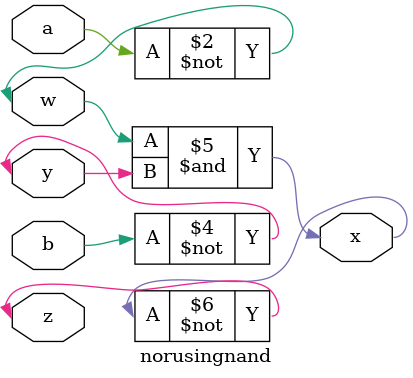
<source format=v>
module norusingnand
(
    input a,
    input b,
    inout w,
    inout y,
    inout z,
    output x
);

assign w = ~(a & a);
assign y = ~(b & b);
assign z = ~(w & y);
assign x = ~(z & z);

endmodule
</source>
